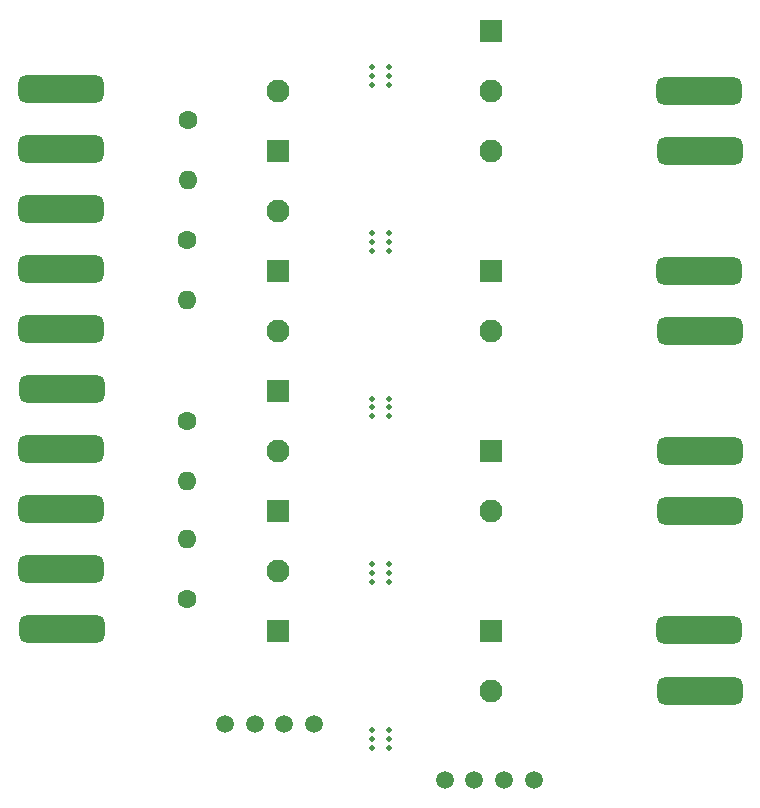
<source format=gbr>
%TF.GenerationSoftware,KiCad,Pcbnew,7.0.10*%
%TF.CreationDate,2024-07-22T21:05:33-04:00*%
%TF.ProjectId,12.X.1 - PLC Connector Combined,31322e58-2e31-4202-9d20-504c4320436f,rev?*%
%TF.SameCoordinates,Original*%
%TF.FileFunction,Soldermask,Bot*%
%TF.FilePolarity,Negative*%
%FSLAX46Y46*%
G04 Gerber Fmt 4.6, Leading zero omitted, Abs format (unit mm)*
G04 Created by KiCad (PCBNEW 7.0.10) date 2024-07-22 21:05:33*
%MOMM*%
%LPD*%
G01*
G04 APERTURE LIST*
G04 Aperture macros list*
%AMRoundRect*
0 Rectangle with rounded corners*
0 $1 Rounding radius*
0 $2 $3 $4 $5 $6 $7 $8 $9 X,Y pos of 4 corners*
0 Add a 4 corners polygon primitive as box body*
4,1,4,$2,$3,$4,$5,$6,$7,$8,$9,$2,$3,0*
0 Add four circle primitives for the rounded corners*
1,1,$1+$1,$2,$3*
1,1,$1+$1,$4,$5*
1,1,$1+$1,$6,$7*
1,1,$1+$1,$8,$9*
0 Add four rect primitives between the rounded corners*
20,1,$1+$1,$2,$3,$4,$5,0*
20,1,$1+$1,$4,$5,$6,$7,0*
20,1,$1+$1,$6,$7,$8,$9,0*
20,1,$1+$1,$8,$9,$2,$3,0*%
G04 Aperture macros list end*
%ADD10C,0.500000*%
%ADD11R,1.950000X1.950000*%
%ADD12C,1.950000*%
%ADD13O,1.600000X1.600000*%
%ADD14C,1.600000*%
%ADD15C,1.498600*%
%ADD16RoundRect,0.572500X3.045750X0.572500X-3.045750X0.572500X-3.045750X-0.572500X3.045750X-0.572500X0*%
G04 APERTURE END LIST*
D10*
%TO.C,mouse-bite-2mm-slot*%
X102050000Y-126450000D03*
X100550000Y-126450000D03*
X102050000Y-127200000D03*
X100550000Y-127200000D03*
X102050000Y-127950000D03*
X100550000Y-127950000D03*
%TD*%
%TO.C,mouse-bite-2mm-slot*%
X102050000Y-84390000D03*
X100550000Y-84390000D03*
X102050000Y-85140000D03*
X100550000Y-85140000D03*
X102050000Y-85890000D03*
X100550000Y-85890000D03*
%TD*%
%TO.C,mouse-bite-2mm-slot*%
X102050000Y-112420000D03*
X100550000Y-112420000D03*
X102050000Y-113170000D03*
X100550000Y-113170000D03*
X102050000Y-113920000D03*
X100550000Y-113920000D03*
%TD*%
%TO.C,mouse-bite-2mm-slot*%
X102050000Y-98410000D03*
X100550000Y-98410000D03*
X102050000Y-99160000D03*
X100550000Y-99160000D03*
X102050000Y-99910000D03*
X100550000Y-99910000D03*
%TD*%
%TO.C,mouse-bite-2mm-slot*%
X102040000Y-70360000D03*
X100540000Y-70360000D03*
X102040000Y-71110000D03*
X100540000Y-71110000D03*
X102040000Y-71860000D03*
X100540000Y-71860000D03*
%TD*%
D11*
%TO.C,J317*%
X110670000Y-67250000D03*
D12*
X110670000Y-72330000D03*
X110670000Y-77410000D03*
%TD*%
D13*
%TO.C,R204*%
X85008250Y-79862224D03*
D14*
X85008250Y-74782224D03*
%TD*%
D12*
%TO.C,J222*%
X92640000Y-92660000D03*
D11*
X92640000Y-97740000D03*
%TD*%
D13*
%TO.C,R202*%
X84918250Y-105377224D03*
D14*
X84918250Y-100297224D03*
%TD*%
D12*
%TO.C,J224*%
X92640000Y-112980000D03*
D11*
X92640000Y-118060000D03*
%TD*%
%TO.C,J320*%
X110670000Y-102810000D03*
D12*
X110670000Y-107890000D03*
%TD*%
D13*
%TO.C,R201*%
X84878250Y-110312224D03*
D14*
X84878250Y-115392224D03*
%TD*%
D15*
%TO.C,J226*%
X88160000Y-125970000D03*
X90660000Y-125970000D03*
X93160000Y-125970000D03*
X95660000Y-125970000D03*
%TD*%
D11*
%TO.C,J318*%
X110670000Y-87570000D03*
D12*
X110670000Y-92650000D03*
%TD*%
D13*
%TO.C,R203*%
X84918250Y-90082224D03*
D14*
X84918250Y-85002224D03*
%TD*%
D12*
%TO.C,J221*%
X92640000Y-102820000D03*
D11*
X92640000Y-107900000D03*
%TD*%
D12*
%TO.C,J223*%
X92640000Y-72340000D03*
D11*
X92640000Y-77420000D03*
%TD*%
D12*
%TO.C,J225*%
X92640000Y-82500000D03*
D11*
X92640000Y-87580000D03*
%TD*%
%TO.C,J319*%
X110670000Y-118050000D03*
D12*
X110670000Y-123130000D03*
%TD*%
D15*
%TO.C,J321*%
X114260000Y-130690000D03*
X111760000Y-130690000D03*
X109260000Y-130690000D03*
X106760000Y-130690000D03*
%TD*%
D16*
%TO.C,J302*%
X128318250Y-123125000D03*
%TD*%
%TO.C,J314*%
X128328250Y-107885000D03*
%TD*%
%TO.C,J212*%
X74258250Y-112817224D03*
%TD*%
%TO.C,J216*%
X74268250Y-92497224D03*
%TD*%
%TO.C,J213*%
X74268250Y-107737224D03*
%TD*%
%TO.C,J217*%
X74268250Y-87407224D03*
%TD*%
%TO.C,J306*%
X128328250Y-92645000D03*
%TD*%
%TO.C,J219*%
X74238250Y-77247224D03*
%TD*%
%TO.C,J313*%
X128318250Y-102815000D03*
%TD*%
%TO.C,J211*%
X74340000Y-117907224D03*
%TD*%
%TO.C,J301*%
X128308250Y-118035000D03*
%TD*%
%TO.C,J214*%
X74258250Y-102667224D03*
%TD*%
%TO.C,J303*%
X128288250Y-72325000D03*
%TD*%
%TO.C,J304*%
X128311750Y-77405000D03*
%TD*%
%TO.C,J215*%
X74320000Y-97580000D03*
%TD*%
%TO.C,J218*%
X74258250Y-82347224D03*
%TD*%
%TO.C,J305*%
X128308250Y-87565000D03*
%TD*%
%TO.C,J220*%
X74238250Y-72187224D03*
%TD*%
M02*

</source>
